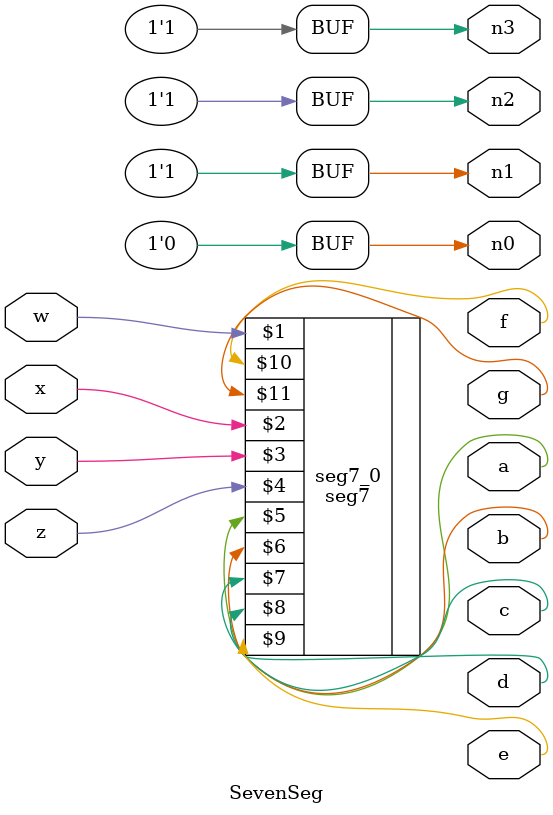
<source format=v>
`timescale 1ns / 1ps

module SevenSeg(w, x, y, z, a, b, c, d, e, f, g, n3, n2, n1, n0);

	input w, x, y, z;
	output n3, n2, n1, n0;
	output a, b, c, d, e, f, g;
	
	seg7 seg7_0(w, x, y, z, a, b, c, d, e, f, g);
	assign n3 = 1;
	assign n2 = 1;
	assign n1 = 1;
	assign n0 = 0;

endmodule

</source>
